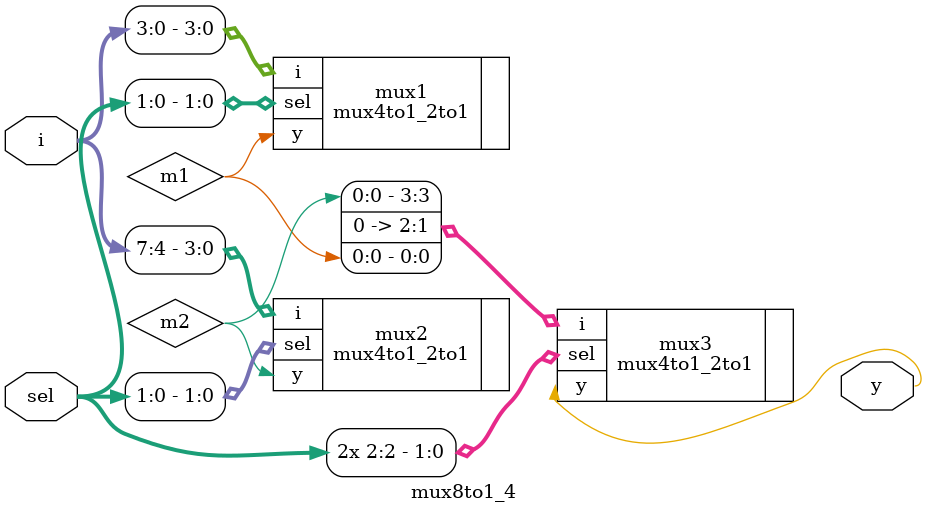
<source format=v>
module mux8to1_4
(input [2:0]sel,
input [7:0]i,
output y);

wire m1,m2;

mux4to1_2to1 mux1 (.i(i[3:0]),.sel(sel[1:0]),.y(m1));
mux4to1_2to1 mux2 (.i(i[7:4]),.sel(sel[1:0]),.y(m2));
mux4to1_2to1 mux3 (.i({m2,2'b00,m1}),.sel({sel[2],sel[2]}),.y(y));

endmodule 
</source>
